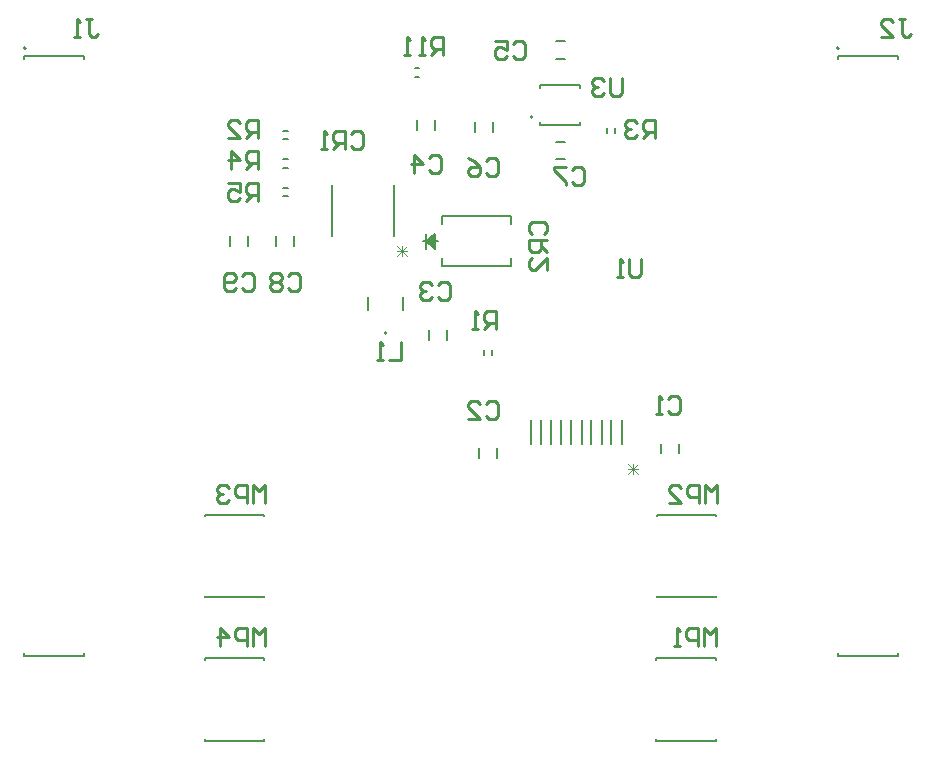
<source format=gbo>
G04*
G04 #@! TF.GenerationSoftware,Altium Limited,Altium Designer,22.9.1 (49)*
G04*
G04 Layer_Color=32896*
%FSLAX25Y25*%
%MOIN*%
G70*
G04*
G04 #@! TF.SameCoordinates,80F2EAEC-CDE7-43A4-84F7-7BEF4F4580BA*
G04*
G04*
G04 #@! TF.FilePolarity,Positive*
G04*
G01*
G75*
%ADD11C,0.00787*%
%ADD12C,0.01000*%
%ADD42C,0.00600*%
%ADD43C,0.00300*%
D11*
X-26643Y-74611D02*
G03*
X-26643Y-74611I-394J0D01*
G01*
X-297670D02*
G03*
X-297670Y-74611I-394J0D01*
G01*
X-163238Y-171727D02*
Y-168578D01*
X-157333Y-171727D02*
Y-168578D01*
X-27096Y-78292D02*
Y-77170D01*
X-7096Y-78292D02*
Y-77170D01*
X-27096Y-277170D02*
Y-276048D01*
X-7096Y-277170D02*
Y-276048D01*
X-27096Y-77170D02*
X-7096D01*
X-27096Y-277170D02*
X-7096D01*
X-298122D02*
X-278122D01*
X-298122Y-77170D02*
X-278122D01*
Y-277170D02*
Y-276048D01*
X-298122Y-277170D02*
Y-276048D01*
X-278122Y-78292D02*
Y-77170D01*
X-298122Y-78292D02*
Y-77170D01*
X-237843Y-305417D02*
Y-304826D01*
X-218158Y-305417D02*
Y-304826D01*
X-237843Y-278448D02*
Y-277858D01*
X-218158Y-278448D02*
Y-277858D01*
X-237843Y-305417D02*
X-218158D01*
X-237843Y-277858D02*
X-218158D01*
X-103979Y-102799D02*
Y-101224D01*
X-101223Y-102799D02*
Y-101224D01*
X-121104Y-72126D02*
X-117955D01*
X-121104Y-78031D02*
X-117955D01*
X-145079Y-176877D02*
Y-175303D01*
X-142323Y-176877D02*
Y-175303D01*
X-229654Y-140494D02*
Y-137345D01*
X-223748Y-140494D02*
Y-137345D01*
X-214108Y-140494D02*
Y-137345D01*
X-208203Y-140494D02*
Y-137345D01*
X-211943Y-123815D02*
X-210368D01*
X-211943Y-121059D02*
X-210368D01*
X-211943Y-114416D02*
X-210368D01*
X-211943Y-111660D02*
X-210368D01*
X-167301Y-101815D02*
Y-98665D01*
X-161395Y-101815D02*
Y-98665D01*
X-121104Y-111657D02*
X-117955D01*
X-121104Y-105752D02*
X-117955D01*
X-142048Y-102405D02*
Y-99256D01*
X-147954Y-102405D02*
Y-99256D01*
X-168088Y-84077D02*
X-166514D01*
X-168088Y-81322D02*
X-166514D01*
X-237843Y-230058D02*
X-218158D01*
X-237843Y-257617D02*
X-218158D01*
Y-230648D02*
Y-230058D01*
X-237843Y-230648D02*
Y-230058D01*
X-218158Y-257617D02*
Y-257026D01*
X-237843Y-257617D02*
Y-257026D01*
X-87284Y-230058D02*
X-67599D01*
X-87284Y-257617D02*
X-67599D01*
Y-230648D02*
Y-230058D01*
X-87284Y-230648D02*
Y-230058D01*
X-67599Y-257617D02*
Y-257026D01*
X-87284Y-257617D02*
Y-257026D01*
X-87443Y-277858D02*
X-67758D01*
X-87443Y-305417D02*
X-67758D01*
Y-278448D02*
Y-277858D01*
X-87443Y-278448D02*
Y-277858D01*
X-67758Y-305417D02*
Y-304826D01*
X-87443Y-305417D02*
Y-304826D01*
X-211943Y-102208D02*
X-210368D01*
X-211943Y-104964D02*
X-210368D01*
X-140753Y-211102D02*
Y-207952D01*
X-146658Y-211102D02*
Y-207952D01*
X-85869Y-209527D02*
Y-206378D01*
X-79963Y-209527D02*
Y-206378D01*
D12*
X-160396Y-153446D02*
X-159396Y-152446D01*
X-157397D01*
X-156397Y-153446D01*
Y-157445D01*
X-157397Y-158444D01*
X-159396D01*
X-160396Y-157445D01*
X-162395Y-153446D02*
X-163395Y-152446D01*
X-165394D01*
X-166394Y-153446D01*
Y-154446D01*
X-165394Y-155445D01*
X-164394D01*
X-165394D01*
X-166394Y-156445D01*
Y-157445D01*
X-165394Y-158444D01*
X-163395D01*
X-162395Y-157445D01*
X-158601Y-76937D02*
Y-70939D01*
X-161600D01*
X-162600Y-71939D01*
Y-73938D01*
X-161600Y-74938D01*
X-158601D01*
X-160600D02*
X-162600Y-76937D01*
X-164599D02*
X-166598D01*
X-165599D01*
Y-70939D01*
X-164599Y-71939D01*
X-169597Y-76937D02*
X-171597D01*
X-170597D01*
Y-70939D01*
X-169597Y-71939D01*
X-220303Y-125436D02*
Y-119438D01*
X-223302D01*
X-224301Y-120438D01*
Y-122437D01*
X-223302Y-123437D01*
X-220303D01*
X-222302D02*
X-224301Y-125436D01*
X-230299Y-119438D02*
X-226301D01*
Y-122437D01*
X-228300Y-121438D01*
X-229300D01*
X-230299Y-122437D01*
Y-124437D01*
X-229300Y-125436D01*
X-227300D01*
X-226301Y-124437D01*
X-220303Y-114936D02*
Y-108938D01*
X-223302D01*
X-224301Y-109938D01*
Y-111937D01*
X-223302Y-112937D01*
X-220303D01*
X-222302D02*
X-224301Y-114936D01*
X-229300D02*
Y-108938D01*
X-226301Y-111937D01*
X-230299D01*
X-217901Y-273937D02*
Y-267939D01*
X-219900Y-269939D01*
X-221900Y-267939D01*
Y-273937D01*
X-223899D02*
Y-267939D01*
X-226898D01*
X-227898Y-268939D01*
Y-270938D01*
X-226898Y-271938D01*
X-223899D01*
X-232896Y-273937D02*
Y-267939D01*
X-229897Y-270938D01*
X-233896D01*
X-217901Y-226137D02*
Y-220139D01*
X-219900Y-222139D01*
X-221900Y-220139D01*
Y-226137D01*
X-223899D02*
Y-220139D01*
X-226898D01*
X-227898Y-221139D01*
Y-223138D01*
X-226898Y-224138D01*
X-223899D01*
X-229897Y-221139D02*
X-230897Y-220139D01*
X-232896D01*
X-233896Y-221139D01*
Y-222139D01*
X-232896Y-223138D01*
X-231896D01*
X-232896D01*
X-233896Y-224138D01*
Y-225138D01*
X-232896Y-226137D01*
X-230897D01*
X-229897Y-225138D01*
X-67301Y-226137D02*
Y-220139D01*
X-69300Y-222139D01*
X-71300Y-220139D01*
Y-226137D01*
X-73299D02*
Y-220139D01*
X-76298D01*
X-77298Y-221139D01*
Y-223138D01*
X-76298Y-224138D01*
X-73299D01*
X-83296Y-226137D02*
X-79297D01*
X-83296Y-222139D01*
Y-221139D01*
X-82296Y-220139D01*
X-80297D01*
X-79297Y-221139D01*
X-67501Y-273937D02*
Y-267939D01*
X-69500Y-269939D01*
X-71500Y-267939D01*
Y-273937D01*
X-73499D02*
Y-267939D01*
X-76498D01*
X-77498Y-268939D01*
Y-270938D01*
X-76498Y-271938D01*
X-73499D01*
X-79497Y-273937D02*
X-81496D01*
X-80497D01*
Y-267939D01*
X-79497Y-268939D01*
X-128830Y-136421D02*
X-129829Y-135421D01*
Y-133422D01*
X-128830Y-132422D01*
X-124831D01*
X-123831Y-133422D01*
Y-135421D01*
X-124831Y-136421D01*
X-123831Y-138420D02*
X-129829D01*
Y-141419D01*
X-128830Y-142419D01*
X-126830D01*
X-125831Y-141419D01*
Y-138420D01*
Y-140419D02*
X-123831Y-142419D01*
Y-148417D02*
Y-144418D01*
X-127830Y-148417D01*
X-128830D01*
X-129829Y-147417D01*
Y-145418D01*
X-128830Y-144418D01*
X-225701Y-150438D02*
X-224702Y-149438D01*
X-222702D01*
X-221703Y-150438D01*
Y-154437D01*
X-222702Y-155436D01*
X-224702D01*
X-225701Y-154437D01*
X-227701D02*
X-228700Y-155436D01*
X-230700D01*
X-231699Y-154437D01*
Y-150438D01*
X-230700Y-149438D01*
X-228700D01*
X-227701Y-150438D01*
Y-151438D01*
X-228700Y-152437D01*
X-231699D01*
X-210156Y-150438D02*
X-209156Y-149438D01*
X-207157D01*
X-206157Y-150438D01*
Y-154437D01*
X-207157Y-155436D01*
X-209156D01*
X-210156Y-154437D01*
X-212155Y-150438D02*
X-213155Y-149438D01*
X-215154D01*
X-216154Y-150438D01*
Y-151438D01*
X-215154Y-152437D01*
X-216154Y-153437D01*
Y-154437D01*
X-215154Y-155436D01*
X-213155D01*
X-212155Y-154437D01*
Y-153437D01*
X-213155Y-152437D01*
X-212155Y-151438D01*
Y-150438D01*
X-213155Y-152437D02*
X-215154D01*
X-6600Y-64839D02*
X-4600D01*
X-5600D01*
Y-69838D01*
X-4600Y-70837D01*
X-3601D01*
X-2601Y-69838D01*
X-12598Y-70837D02*
X-8599D01*
X-12598Y-66839D01*
Y-65839D01*
X-11598Y-64839D01*
X-9599D01*
X-8599Y-65839D01*
X-277600Y-64839D02*
X-275600D01*
X-276600D01*
Y-69838D01*
X-275600Y-70837D01*
X-274601D01*
X-273601Y-69838D01*
X-279599Y-70837D02*
X-281598D01*
X-280599D01*
Y-64839D01*
X-279599Y-65839D01*
X-98803Y-84524D02*
Y-89522D01*
X-99802Y-90522D01*
X-101802D01*
X-102801Y-89522D01*
Y-84524D01*
X-104801Y-85523D02*
X-105800Y-84524D01*
X-107800D01*
X-108799Y-85523D01*
Y-86523D01*
X-107800Y-87523D01*
X-106800D01*
X-107800D01*
X-108799Y-88522D01*
Y-89522D01*
X-107800Y-90522D01*
X-105800D01*
X-104801Y-89522D01*
X-92601Y-144939D02*
Y-149938D01*
X-93601Y-150937D01*
X-95600D01*
X-96600Y-149938D01*
Y-144939D01*
X-98599Y-150937D02*
X-100598D01*
X-99599D01*
Y-144939D01*
X-98599Y-145939D01*
X-88003Y-104436D02*
Y-98438D01*
X-91002D01*
X-92001Y-99438D01*
Y-101437D01*
X-91002Y-102437D01*
X-88003D01*
X-90002D02*
X-92001Y-104436D01*
X-94001Y-99438D02*
X-95000Y-98438D01*
X-97000D01*
X-97999Y-99438D01*
Y-100438D01*
X-97000Y-101437D01*
X-96000D01*
X-97000D01*
X-97999Y-102437D01*
Y-103437D01*
X-97000Y-104436D01*
X-95000D01*
X-94001Y-103437D01*
X-220303Y-104420D02*
Y-98422D01*
X-223302D01*
X-224301Y-99422D01*
Y-101421D01*
X-223302Y-102421D01*
X-220303D01*
X-222302D02*
X-224301Y-104420D01*
X-230299D02*
X-226301D01*
X-230299Y-100421D01*
Y-99422D01*
X-229300Y-98422D01*
X-227300D01*
X-226301Y-99422D01*
X-140901Y-168305D02*
Y-162307D01*
X-143900D01*
X-144899Y-163307D01*
Y-165306D01*
X-143900Y-166306D01*
X-140901D01*
X-142900D02*
X-144899Y-168305D01*
X-146899D02*
X-148898D01*
X-147898D01*
Y-162307D01*
X-146899Y-163307D01*
X-172752Y-172468D02*
Y-178466D01*
X-176751D01*
X-178750D02*
X-180750D01*
X-179750D01*
Y-172468D01*
X-178750Y-173468D01*
X-189124Y-103078D02*
X-188124Y-102078D01*
X-186125D01*
X-185125Y-103078D01*
Y-107077D01*
X-186125Y-108077D01*
X-188124D01*
X-189124Y-107077D01*
X-191123Y-108077D02*
Y-102078D01*
X-194122D01*
X-195122Y-103078D01*
Y-105078D01*
X-194122Y-106077D01*
X-191123D01*
X-193123D02*
X-195122Y-108077D01*
X-197121D02*
X-199121D01*
X-198121D01*
Y-102078D01*
X-197121Y-103078D01*
X-115473Y-115102D02*
X-114474Y-114103D01*
X-112474D01*
X-111475Y-115102D01*
Y-119101D01*
X-112474Y-120101D01*
X-114474D01*
X-115473Y-119101D01*
X-117473Y-114103D02*
X-121471D01*
Y-115102D01*
X-117473Y-119101D01*
Y-120101D01*
X-144302Y-112103D02*
X-143303Y-111104D01*
X-141304D01*
X-140304Y-112103D01*
Y-116102D01*
X-141304Y-117102D01*
X-143303D01*
X-144302Y-116102D01*
X-150301Y-111104D02*
X-148301Y-112103D01*
X-146302Y-114103D01*
Y-116102D01*
X-147301Y-117102D01*
X-149301D01*
X-150301Y-116102D01*
Y-115102D01*
X-149301Y-114103D01*
X-146302D01*
X-135278Y-73079D02*
X-134278Y-72079D01*
X-132279D01*
X-131279Y-73079D01*
Y-77078D01*
X-132279Y-78077D01*
X-134278D01*
X-135278Y-77078D01*
X-141276Y-72079D02*
X-137277D01*
Y-75078D01*
X-139276Y-74079D01*
X-140276D01*
X-141276Y-75078D01*
Y-77078D01*
X-140276Y-78077D01*
X-138277D01*
X-137277Y-77078D01*
X-163348Y-111236D02*
X-162349Y-110236D01*
X-160349D01*
X-159350Y-111236D01*
Y-115235D01*
X-160349Y-116234D01*
X-162349D01*
X-163348Y-115235D01*
X-168347Y-116234D02*
Y-110236D01*
X-165348Y-113235D01*
X-169346D01*
X-144400Y-193039D02*
X-143400Y-192039D01*
X-141401D01*
X-140401Y-193039D01*
Y-197038D01*
X-141401Y-198037D01*
X-143400D01*
X-144400Y-197038D01*
X-150398Y-198037D02*
X-146399D01*
X-150398Y-194039D01*
Y-193039D01*
X-149398Y-192039D01*
X-147399D01*
X-146399Y-193039D01*
X-83600Y-191439D02*
X-82600Y-190439D01*
X-80601D01*
X-79601Y-191439D01*
Y-195438D01*
X-80601Y-196437D01*
X-82600D01*
X-83600Y-195438D01*
X-85599Y-196437D02*
X-87598D01*
X-86599D01*
Y-190439D01*
X-85599Y-191439D01*
D42*
X-177401Y-169512D02*
G03*
X-177401Y-169512I-300J0D01*
G01*
X-128698Y-97485D02*
G03*
X-128698Y-97485I-400J0D01*
G01*
X-195551Y-137026D02*
Y-120226D01*
X-174851Y-137026D02*
Y-120226D01*
X-171901Y-161951D02*
Y-157673D01*
X-183501Y-161951D02*
Y-157673D01*
X-112829Y-100247D02*
Y-99295D01*
X-126229Y-87799D02*
Y-86847D01*
Y-100247D02*
Y-99295D01*
Y-100247D02*
X-112829D01*
Y-87799D02*
Y-86847D01*
X-126229D02*
X-112829D01*
X-135777Y-147175D02*
Y-144580D01*
X-165285Y-138919D02*
X-160285D01*
X-164285Y-141419D02*
Y-136419D01*
Y-138919D02*
X-161285Y-141419D01*
X-164285Y-138919D02*
X-161285Y-140919D01*
X-164285Y-138919D02*
X-161285Y-140419D01*
X-164285Y-138919D02*
X-161285Y-139919D01*
X-164285Y-138919D02*
X-161285Y-139419D01*
X-164285Y-138919D02*
X-161285Y-136419D01*
X-164285Y-138919D02*
X-161285Y-136919D01*
X-164285Y-138919D02*
X-161285Y-137419D01*
X-164285Y-138919D02*
X-161285Y-137919D01*
X-164285Y-138919D02*
X-161285Y-138419D01*
Y-141419D02*
Y-136419D01*
X-158785Y-130663D02*
X-135777D01*
Y-133259D02*
Y-130663D01*
X-158785Y-147175D02*
X-135777D01*
X-158785D02*
Y-144580D01*
Y-133259D02*
Y-130663D01*
X-99028Y-206545D02*
Y-198555D01*
X-105721Y-206545D02*
Y-198555D01*
X-112414Y-206545D02*
Y-198555D01*
X-119107Y-206545D02*
Y-198555D01*
X-125800Y-206545D02*
Y-198555D01*
X-102629Y-206545D02*
Y-198555D01*
X-109321Y-206545D02*
Y-198555D01*
X-116014Y-206545D02*
Y-198555D01*
X-122707Y-206545D02*
Y-198555D01*
X-129400Y-206545D02*
Y-198555D01*
D43*
X-170486Y-143945D02*
X-173818Y-140612D01*
Y-143945D02*
X-170486Y-140612D01*
X-172152Y-143945D02*
Y-140612D01*
X-173818Y-142278D02*
X-170486D01*
X-93732Y-213180D02*
X-97064Y-216512D01*
X-93732D02*
X-97064Y-213180D01*
X-93732Y-214846D02*
X-97064D01*
X-95398Y-216512D02*
Y-213180D01*
M02*

</source>
